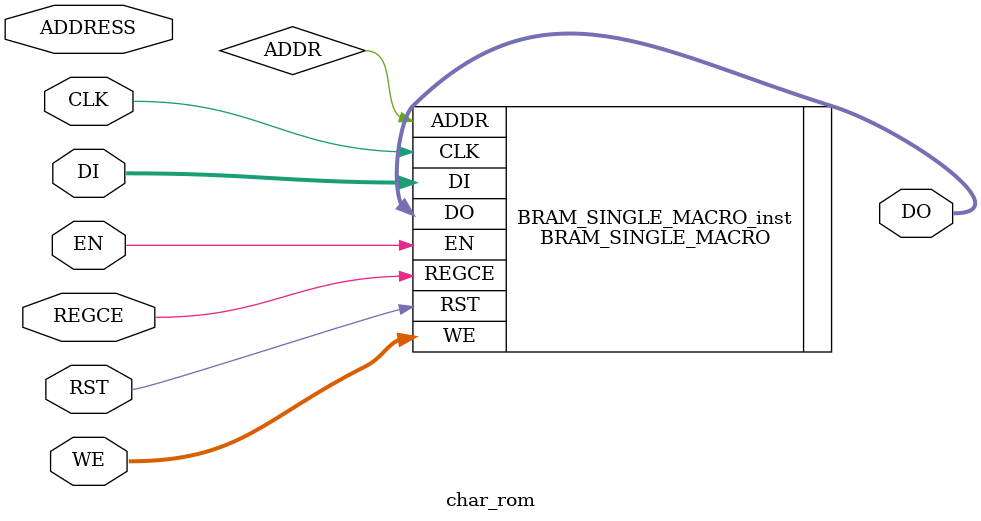
<source format=v>
`timescale 1ns / 1ps


module char_rom(
   output [15:0] DO,     // Output data, width defined by READ_WIDTH parameter
   input [10:0] ADDRESS,   // Input address, width defined by read/write port depth
   input CLK,           // 1-bit input clock
   input [15:0] DI,      // Input data port, width defined by WRITE_WIDTH parameter
   input EN,            // 1-bit input RAM enable
   input REGCE,         // 1-bit input output register enable
   input RST,           // 1-bit input reset
   input [1:0] WE             // Input write enable, width defined by write port depth
   );
    
// BRAM_SINGLE_MACRO: Single Port RAM
//                    Artix-7
// Xilinx HDL Language Template, version 2016.2

/////////////////////////////////////////////////////////////////////
//  READ_WIDTH | BRAM_SIZE | READ Depth  | ADDR Width |            //
// WRITE_WIDTH |           | WRITE Depth |            |  WE Width  //
// ============|===========|=============|============|============//
//    37-72    |  "36Kb"   |      512    |    9-bit   |    8-bit   //
//    19-36    |  "36Kb"   |     1024    |   10-bit   |    4-bit   //
//    19-36    |  "18Kb"   |      512    |    9-bit   |    4-bit   //
//    10-18    |  "36Kb"   |     2048    |   11-bit   |    2-bit   //
//    10-18    |  "18Kb"   |     1024    |   10-bit   |    2-bit   //
//     5-9     |  "36Kb"   |     4096    |   12-bit   |    1-bit   //
//     5-9     |  "18Kb"   |     2048    |   11-bit   |    1-bit   //
//     3-4     |  "36Kb"   |     8192    |   13-bit   |    1-bit   //
//     3-4     |  "18Kb"   |     4096    |   12-bit   |    1-bit   //
//       2     |  "36Kb"   |    16384    |   14-bit   |    1-bit   //
//       2     |  "18Kb"   |     8192    |   13-bit   |    1-bit   //
//       1     |  "36Kb"   |    32768    |   15-bit   |    1-bit   //
//       1     |  "18Kb"   |    16384    |   14-bit   |    1-bit   //
/////////////////////////////////////////////////////////////////////

BRAM_SINGLE_MACRO #(
   .BRAM_SIZE("36Kb"), // Target BRAM, "18Kb" or "36Kb" 
   .DEVICE("7SERIES"), // Target Device: "7SERIES" 
   .DO_REG(0), // Optional output register (0 or 1)
   .INIT(9'h000000000), // Initial values on output port
   .INIT_FILE ("NONE"),
   .WRITE_WIDTH(16), // Valid values are 1-72 (37-72 only valid when BRAM_SIZE="36Kb")
   .READ_WIDTH(16),  // Valid values are 1-72 (37-72 only valid when BRAM_SIZE="36Kb")
   .SRVAL(9'h0), // Set/Reset value for port output
   .WRITE_MODE("WRITE_FIRST"), // "WRITE_FIRST", "READ_FIRST", or "NO_CHANGE" 
   .INIT_00(256'h0000000000000000000000000000000000000000000000000000000000000000),
   .INIT_01(256'h0000000000000000000000000000000000000000000000000000000000000000),
   .INIT_02(256'h0000000000000000000000000000000000000000000000000000000000000000),
   .INIT_03(256'h0000000000000000000000000000000000000000000000000000000000000000),
   .INIT_04(256'h0000000000000000000000000000000000000000000000000000000000000000),
   .INIT_05(256'h0000000000000000000000000000000000000000000000000000000000000000),
   .INIT_06(256'h0000000000000000000000000000000000000000000000000000000000000000),
   .INIT_07(256'h0000000000000000000000000000000000000000000000000000000000000000),
   .INIT_08(256'h0000000000000000000000000000000000000000000000000000000000000000),
   .INIT_09(256'h0000000000000000000000000000000000000000000000000000000000000000),
   .INIT_0A(256'h0000000000000000000000000000000000000000000000000000000000000000),
   .INIT_0B(256'h0000000000000000000000000000000000000000000000000000000000000000),
   .INIT_0C(256'h0000000000000000000000000000000000000000000000000000000000000000),
   .INIT_0D(256'h0000000000000000000000000000000000000000000000000000000000000000),
   .INIT_0E(256'h0000000000000000000000000000000000000000000000000000000000000000),
   .INIT_0F(256'h0000000000000000000000000000000000000000000000000000000000000000),
   .INIT_10(256'h0000000000000000000000000000000000000000000000000000000000000000),
   .INIT_11(256'h0000000000000000000000000000000000000000000000000000000000000000),
   .INIT_12(256'h0000000000000000000000000000000000000000000000000000000000000000),
   .INIT_13(256'h0000000000000000000000000000000000000000000000000000000000000000),
   .INIT_14(256'h0000000000000000000000000000000000000000000000000000000000000000),
   .INIT_15(256'h0000000000000000000000000000000000000000000000000000000000000000),
   .INIT_16(256'h0000000000000000000000000000000000000000000000000000000000000000),
   .INIT_17(256'h0000000000000000000000000000000000000000000000000000000000000000),
   .INIT_18(256'h0000000000000000000000000000000000000000000000000000000000000000),
   .INIT_19(256'h0000000000000000000000000000000000000000000000000000000000000000),
   .INIT_1A(256'h0000000000000000000000000000000000000000000000000000000000000000),
   .INIT_1B(256'h0000000000000000000000000000000000000000000000000000000000000000),
   .INIT_1C(256'h0000000000000000000000000000000000000000000000000000000000000000),
   .INIT_1D(256'h0000000000000000000000000000000000000000000000000000000000000000),
   .INIT_1E(256'h0000000000000000000000000000000000000000000000000000000000000000),
   .INIT_1F(256'h0000000000000000000000000000000000000000000000000000000000000000),
   .INIT_20(256'h0000000000000000000000000000000000000000000000000000000000000000),
   .INIT_21(256'h0000000003000300030003000300030003000300030000000300030000000000),
   .INIT_22(256'h0000000006600660066006600000000000000000000000000000000000000000),
   .INIT_23(256'h000000000360036006C03FF03FF006C00D803FF03FF00D801B001B0000000000),
   .INIT_24(256'h00000100038007C00D600D000F00078003C001E00D600D6007C0038001000000),
   .INIT_25(256'h000000003C1866306630666066C03CC0019E01B30333033306330C1E00000000),
   .INIT_26(256'h0000000007C00FE00C600C6007C007800D9019D818F018780FFC078800000000),
   .INIT_27(256'h0000000001800180018001800000000000000000000000000000000000000000),
   .INIT_28(256'h0000018003000300060006000600060006000600060003000300018000000000),
   .INIT_29(256'h0000060003000300018001800180018001800180018003000300060000000000),
   .INIT_2A(256'h00000000000000000380038033983FF807C007C00EE01C700440000000000000),
   .INIT_2B(256'h0000000000000000000000C000C000C007F807F800C000C000C0000000000000),
   .INIT_2C(256'h0000000000000000000000000000000000000000030003000100010002000000),
   .INIT_2D(256'h0000000000000000000000000000000003E003E0000000000000000000000000),
   .INIT_2E(256'h0000000000000000000000000000000000000000000003000300000000000000),
   .INIT_2F(256'h000000000060006000C000C000C000C001800180018001800300030000000000),
   .INIT_30(256'h0000000003C007E00E700C300C300C300C300C300C300E7007E003C000000000),
   .INIT_31(256'h000000000180038007800D800980018001800180018001800180018000000000),
   .INIT_32(256'h0000000003C007E00E300C300030006000E001C0038006000FF00FF000000000),
   .INIT_33(256'h0000000003E007F00E30003001E001E0007000300C300E7007E003C000000000),
   .INIT_34(256'h00000000006000E000E001E00360036006600C600FF00FF00060006000000000),
   .INIT_35(256'h0000000007E007E006000C000FC00FE00C7000300C300E7007E003C000000000),
   .INIT_36(256'h0000000003E007F006300C000DC00FE00E700C300C30063007E003C000000000),
   .INIT_37(256'h000000000FF00FF0006000C000C0018001800180038003000300030000000000),
   .INIT_38(256'h0000000003C007E00C300C300C3007E007E00C300C300C3007E003C000000000),
   .INIT_39(256'h0000000003C007E00C600C300C300E7007F003B000300C600FE007C000000000),
   .INIT_3A(256'h0000000000000180018000000000000000000000018001800000000000000000),
   .INIT_3B(256'h0000000000000180018000000000000000000000018001800080008001000000),
   .INIT_3C(256'h0000000000000000002000E003C00F001C000F0003C000E00020000000000000),
   .INIT_3D(256'h00000000000000001FF01FF0000000001FF01FF0000000000000000000000000),
   .INIT_3E(256'h000000000000000008000E00078001E0007001E007800E000800000000000000),
   .INIT_3F(256'h0000000003C007E00E300C30007000E001C00180018000000180018000000000),
   .INIT_40(256'h000007C00C30137817E82CC82CC82CC82FD026E01008081007E0000000000000),
   .INIT_41(256'h000000000380038006C006C006C00C600C600FE01FF018301830301800000000),
   .INIT_42(256'h000000001FE01FF01830183018301FE01FF01818181818181FF01FE000000000),
   .INIT_43(256'h0000000003E00FF00C381C1018001800180018001C100C380FF003E000000000),
   .INIT_44(256'h000000001FC01FF0183018181818181818181818181818301FF01FC000000000),
   .INIT_45(256'h000000000FF80FF80C000C000C000FF80FF80C000C000C000FF80FF800000000),
   .INIT_46(256'h000000000FF00FF00C000C000C000FE00FE00C000C000C000C000C0000000000),
   .INIT_47(256'h0000000007E01FF0183838103000300030F830F8381818381FF807E000000000),
   .INIT_48(256'h00000000181818181818181818181FF81FF81818181818181818181800000000),
   .INIT_49(256'h0000000001800180018001800180018001800180018001800180018000000000),
   .INIT_4A(256'h00000000003000300030003000300030003000300C300E7007E003C000000000),
   .INIT_4B(256'h0000000018181830186018C019801BC01EC01C60187018301818181800000000),
   .INIT_4C(256'h000000000C000C000C000C000C000C000C000C000C000C000FF00FF000000000),
   .INIT_4D(256'h00000000383838383C783C78345836D836D836D8339833983398311800000000),
   .INIT_4E(256'h0000000018181C181E181E181B181998199818D8187818781838181800000000),
   .INIT_4F(256'h0000000007C01FF0183030183018301830183018301818301FF007C000000000),
   .INIT_50(256'h000000000FE00FF00C380C180C380FF00FE00C000C000C000C000C0000000000),
   .INIT_51(256'h0000000007C01FF018303018301830183018301831B818F01FF007B000180000),
   .INIT_52(256'h000000001FE01FF01838181818381FF01FC018E0187018301838181C00000000),
   .INIT_53(256'h0000000003E007F00E380C180F0007E001F000380C180E3807F003E000000000),
   .INIT_54(256'h000000001FF81FF8018001800180018001800180018001800180018000000000),
   .INIT_55(256'h000000001818181818181818181818181818181818181C380FF007E000000000),
   .INIT_56(256'h0000000030181830183018300C600C600EE006C006C003800380038000000000),
   .INIT_57(256'h0000000031C631C631C61B6C1B6C1B6C1B6C1B6C0E380E380E380E3800000000),
   .INIT_58(256'h0000000018301C700C6006C007C00380038007C006C00C601C70183000000000),
   .INIT_59(256'h0000000018181C380C300660066003C001800180018001800180018000000000),
   .INIT_5A(256'h0000000007F807F80030006000E000C001800380030006000FF80FF800000000),
   .INIT_5B(256'h000003C003C0030003000300030003000300030003000300030003C003C00000),
   .INIT_5C(256'h0000000003000300018001800180018000C000C000C000C00060006000000000),
   .INIT_5D(256'h000003C003C000C000C000C000C000C000C000C000C000C000C003C003C00000),
   .INIT_5E(256'h0000018003C003C00660066006600C3000000000000000000000000000000000),
   .INIT_5F(256'h0000000000000000000000000000000000000000000000000000FFFFFFFF0000),
   .INIT_60(256'h00000000018000C0000000000000000000000000000000000000000000000000),
   .INIT_61(256'h000000000000000007C00FE00C6001E007E00E600C600FE007B0000000000000),
   .INIT_62(256'h00000C000C000C000DC00FE00E700C300C300C300E700FE00DC0000000000000),
   .INIT_63(256'h000000000000000003C007E00E600C000C000C000E6007E003C0000000000000),
   .INIT_64(256'h000000300030003003B007F00E700C300C300C300E7007F003B0000000000000),
   .INIT_65(256'h0000000000000000038007C00C600FE00FE00C000E6007C00380000000000000),
   .INIT_66(256'h000003C007C006000F800F800600060006000600060006000600000000000000),
   .INIT_67(256'h00000000000007600FE01CE01860186018601CE00FE0076018601FE00FC00000),
   .INIT_68(256'h00000C000C000C000DE00FF00E300C300C300C300C300C300C30000000000000),
   .INIT_69(256'h0000000001800180000001800180018001800180018001800180000000000000),
   .INIT_6A(256'h0000000001800180000001800180018001800180018001800180018007800700),
   .INIT_6B(256'h00000C000C000C000C600CC00D800F800FC00EC00CC00C600C60000000000000),
   .INIT_6C(256'h0000018001800180018001800180018001800180018001800180000000000000),
   .INIT_6D(256'h000000000000000037383FFC39CC318C318C318C318C318C318C000000000000),
   .INIT_6E(256'h00000000000000000DE00FF00E300C300C300C300C300C300C30000000000000),
   .INIT_6F(256'h000000000000000003C007E00E700C300C300C300E7007E003C0000000000000),
   .INIT_70(256'h00000000000000000DC00FE00E700C300C300C300E700FE00DC00C000C000C00),
   .INIT_71(256'h000000000000000003B007F00E700C300C300C300E7007F003B0003000300030),
   .INIT_72(256'h0000000000000000037003F00380030003000300030003000300000000000000),
   .INIT_73(256'h000000000000000007C00FE00C600F0007C000E00C600FE007C0000000000000),
   .INIT_74(256'h000001000300030007C007C00300030003000300030003C001C0000000000000),
   .INIT_75(256'h00000000000000000C300C300C300C300C300C300C700FF007B0000000000000),
   .INIT_76(256'h000000000000000006300630063003600360036001C001C001C0000000000000),
   .INIT_77(256'h000000000000000031C631C619CC1B6C1B6C1B6C0E380E380E38000000000000),
   .INIT_78(256'h000000000000000006300770036001C001C001C0036007700630000000000000),
   .INIT_79(256'h00000000000000000C180C18063006300360036003E001C001C0018007800700),
   .INIT_7A(256'h000000000000000003F803F80030007000E001C0018003F803F8000000000000),
   .INIT_7B(256'h01C003C003000300030003000E000E000300030003000300030003C001C00000),
   .INIT_7C(256'h0180018001800180018001800180018001800180018001800180018001800180),
   .INIT_7D(256'h038003C000C000C000C000C00070007000C000C000C000C000C003C003800000),
   .INIT_7E(256'h0000000007880FF808F000000000000000000000000000000000000000000000),
   .INIT_7F(256'h0000000000000000000000000000000000000000000000000000000000000000),
   
   // The next set of INITP_xx are for the parity bits
   .INITP_00(256'h0000000000000000000000000000000000000000000000000000000000000000),
   .INITP_01(256'h0000000000000000000000000000000000000000000000000000000000000000),
   .INITP_02(256'h0000000000000000000000000000000000000000000000000000000000000000),
   .INITP_03(256'h0000000000000000000000000000000000000000000000000000000000000000),
   .INITP_04(256'h0000000000000000000000000000000000000000000000000000000000000000),
   .INITP_05(256'h0000000000000000000000000000000000000000000000000000000000000000),
   .INITP_06(256'h0000000000000000000000000000000000000000000000000000000000000000),
   .INITP_07(256'h0000000000000000000000000000000000000000000000000000000000000000),
   
   // The next set of INIT_xx are valid when configured as 36Kb
   .INITP_08(256'h0000000000000000000000000000000000000000000000000000000000000000),
   .INITP_09(256'h0000000000000000000000000000000000000000000000000000000000000000),
   .INITP_0A(256'h0000000000000000000000000000000000000000000000000000000000000000),
   .INITP_0B(256'h0000000000000000000000000000000000000000000000000000000000000000),
   .INITP_0C(256'h0000000000000000000000000000000000000000000000000000000000000000),
   .INITP_0D(256'h0000000000000000000000000000000000000000000000000000000000000000),
   .INITP_0E(256'h0000000000000000000000000000000000000000000000000000000000000000),
   .INITP_0F(256'h0000000000000000000000000000000000000000000000000000000000000000)
) BRAM_SINGLE_MACRO_inst (
   .DO(DO),       // Output data, width defined by READ_WIDTH parameter
   .ADDR(ADDR),   // Input address, width defined by read/write port depth
   .CLK(CLK),     // 1-bit input clock
   .DI(DI),       // Input data port, width defined by WRITE_WIDTH parameter
   .EN(EN),       // 1-bit input RAM enable
   .REGCE(REGCE), // 1-bit input output register enable
   .RST(RST),     // 1-bit input reset
   .WE(WE)        // Input write enable, width defined by write port depth
);

// End of BRAM_SINGLE_MACRO_inst instantiation
                

endmodule




</source>
